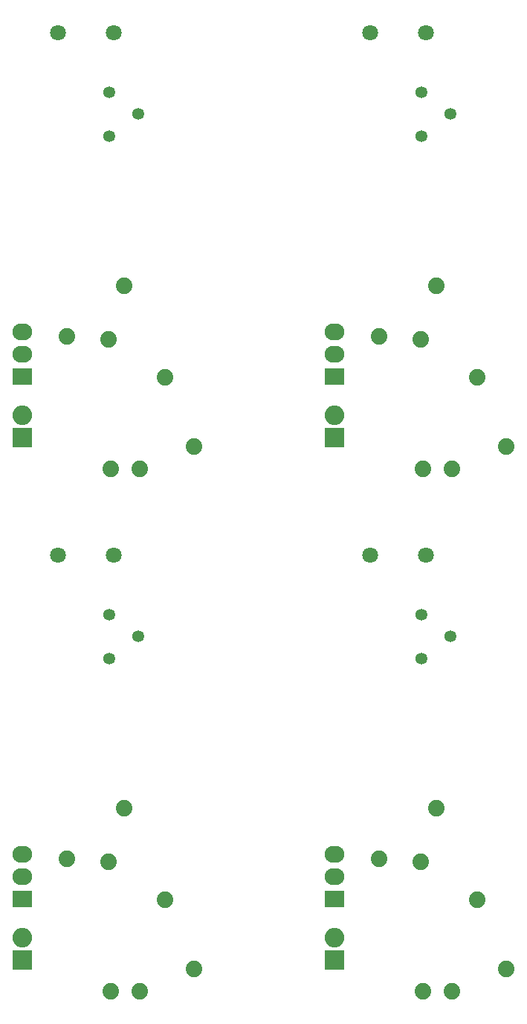
<source format=gbr>
G04 #@! TF.FileFunction,Soldermask,Bot*
%FSLAX46Y46*%
G04 Gerber Fmt 4.6, Leading zero omitted, Abs format (unit mm)*
G04 Created by KiCad (PCBNEW 0.201601221447+6507~42~ubuntu15.10.1-product) date Fri 22 Jan 2016 07:17:06 PM EST*
%MOMM*%
G01*
G04 APERTURE LIST*
%ADD10C,0.100000*%
%ADD11C,1.803200*%
%ADD12R,2.235200X2.235200*%
%ADD13O,2.235200X2.235200*%
%ADD14C,1.353200*%
%ADD15C,1.883200*%
%ADD16R,2.235200X1.930400*%
%ADD17O,2.235200X1.930400*%
G04 APERTURE END LIST*
D10*
D11*
X61087000Y-73398000D03*
X54737000Y-73398000D03*
D12*
X50673000Y-119507000D03*
D13*
X50673000Y-116967000D03*
D14*
X63880000Y-82677000D03*
X60580000Y-85177000D03*
X60580000Y-80177000D03*
D15*
X66929000Y-112649000D03*
X64008000Y-123063000D03*
X60706000Y-123063000D03*
X60452000Y-108331000D03*
X62230000Y-102235000D03*
X55753000Y-107950000D03*
X70231000Y-120523000D03*
D16*
X50673000Y-112522000D03*
D17*
X50673000Y-109982000D03*
X50673000Y-107442000D03*
D11*
X61087000Y-13962000D03*
X54737000Y-13962000D03*
D12*
X50673000Y-60071000D03*
D13*
X50673000Y-57531000D03*
D14*
X63880000Y-23241000D03*
X60580000Y-25741000D03*
X60580000Y-20741000D03*
D15*
X66929000Y-53213000D03*
X64008000Y-63627000D03*
X60706000Y-63627000D03*
X60452000Y-48895000D03*
X62230000Y-42799000D03*
X55753000Y-48514000D03*
X70231000Y-61087000D03*
D16*
X50673000Y-53086000D03*
D17*
X50673000Y-50546000D03*
X50673000Y-48006000D03*
D11*
X25527000Y-73398000D03*
X19177000Y-73398000D03*
D12*
X15113000Y-119507000D03*
D13*
X15113000Y-116967000D03*
D14*
X28320000Y-82677000D03*
X25020000Y-85177000D03*
X25020000Y-80177000D03*
D15*
X31369000Y-112649000D03*
X28448000Y-123063000D03*
X25146000Y-123063000D03*
X24892000Y-108331000D03*
X26670000Y-102235000D03*
X20193000Y-107950000D03*
X34671000Y-120523000D03*
D16*
X15113000Y-112522000D03*
D17*
X15113000Y-109982000D03*
X15113000Y-107442000D03*
D16*
X15113000Y-53086000D03*
D17*
X15113000Y-50546000D03*
X15113000Y-48006000D03*
D15*
X34671000Y-61087000D03*
X20193000Y-48514000D03*
X26670000Y-42799000D03*
X24892000Y-48895000D03*
X25146000Y-63627000D03*
X28448000Y-63627000D03*
X31369000Y-53213000D03*
D14*
X28320000Y-23241000D03*
X25020000Y-25741000D03*
X25020000Y-20741000D03*
D12*
X15113000Y-60071000D03*
D13*
X15113000Y-57531000D03*
D11*
X25527000Y-13962000D03*
X19177000Y-13962000D03*
M02*

</source>
